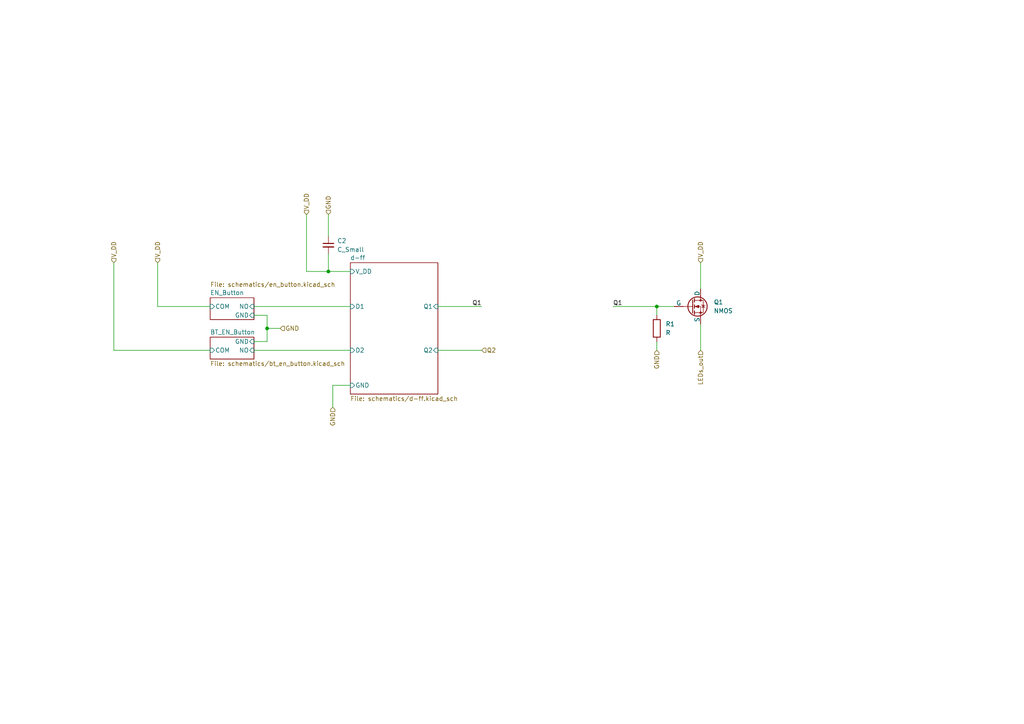
<source format=kicad_sch>
(kicad_sch (version 20250114) (generator "eeschema") (generator_version "9.0")
  (paper "A4")
  (lib_symbols
    (symbol "Device:C_Small" (pin_numbers (hide yes)) (pin_names (offset 0.254) (hide yes))
      (property "Reference" "C" (at 0.254 1.778 0))
      (property "Value" "C_Small" (at 0.254 -2.032 0))
      (symbol "C_Small_0_1"
        (polyline (pts (xy -1.524 0.508) (xy 1.524 0.508)) (stroke (width 0.3048)))
        (polyline (pts (xy -1.524 -0.508) (xy 1.524 -0.508)) (stroke (width 0.3302)))
      )
      (symbol "C_Small_1_1"
        (pin passive line (at 0 2.54 270) (length 2.032) (name "~") (number "1"))
        (pin passive line (at 0 -2.54 90) (length 2.032) (name "~") (number "2"))
      )
    )
    (symbol "Device:R" (pin_numbers (hide yes)) (pin_names (offset 0))
      (property "Reference" "R" (at 2.032 0 90))
      (property "Value" "R" (at 0 0 90))
      (symbol "R_0_1"
        (rectangle (start -1.016 -2.54) (end 1.016 2.54) (stroke (width 0.254)))
      )
      (symbol "R_1_1"
        (pin passive line (at 0 3.81 270) (length 1.27) (name "~") (number "1"))
        (pin passive line (at 0 -3.81 90) (length 1.27) (name "~") (number "2"))
      )
    )
    (symbol "Simulation_SPICE:NMOS" (pin_numbers (hide yes)) (pin_names (offset 0))
      (property "Reference" "Q" (at 5.08 1.27 0))
      (property "Value" "NMOS" (at 5.08 -1.27 0))
      (symbol "NMOS_0_1"
        (polyline (pts (xy 0.254 1.905) (xy 0.254 -1.905)) (stroke (width 0.254)))
        (polyline (pts (xy 0.254 0) (xy -2.54 0)))
        (polyline (pts (xy 0.762 2.286) (xy 0.762 1.27)) (stroke (width 0.254)))
        (polyline (pts (xy 0.762 0.508) (xy 0.762 -0.508)) (stroke (width 0.254)))
        (polyline (pts (xy 0.762 -1.27) (xy 0.762 -2.286)) (stroke (width 0.254)))
        (polyline (pts (xy 0.762 -1.778) (xy 3.302 -1.778) (xy 3.302 1.778) (xy 0.762 1.778)))
        (polyline (pts (xy 1.016 0) (xy 2.032 0.381) (xy 2.032 -0.381) (xy 1.016 0)) (fill (type outline)))
        (circle (center 1.651 0) (radius 2.794) (stroke (width 0.254)))
        (polyline (pts (xy 2.54 2.54) (xy 2.54 1.778)))
        (circle (center 2.54 1.778) (radius 0.254) (fill (type outline)))
        (circle (center 2.54 -1.778) (radius 0.254) (fill (type outline)))
        (polyline (pts (xy 2.54 -2.54) (xy 2.54 0) (xy 0.762 0)))
        (polyline (pts (xy 2.794 0.508) (xy 2.921 0.381) (xy 3.683 0.381) (xy 3.81 0.254)))
        (polyline (pts (xy 3.302 0.381) (xy 2.921 -0.254) (xy 3.683 -0.254) (xy 3.302 0.381)))
      )
      (symbol "NMOS_1_1"
        (pin input line (at -5.08 0 0) (length 2.54) (name "G") (number "2"))
        (pin passive line (at 2.54 5.08 270) (length 2.54) (name "D") (number "1"))
        (pin passive line (at 2.54 -5.08 90) (length 2.54) (name "S") (number "3"))
      )
    )
  )
  (junction (at 95.25 78.74))
  (junction (at 190.5 88.9))
  (junction (at 77.47 95.25))
  (wire (pts (xy 33.02 101.6) (xy 60.96 101.6)))
  (wire (pts (xy 101.6 78.74) (xy 95.25 78.74)))
  (wire (pts (xy 45.72 88.9) (xy 60.96 88.9)))
  (wire (pts (xy 88.9 62.23) (xy 88.9 78.74)))
  (wire (pts (xy 190.5 99.06) (xy 190.5 101.6)))
  (wire (pts (xy 77.47 99.06) (xy 77.47 95.25)))
  (wire (pts (xy 177.8 88.9) (xy 190.5 88.9)))
  (wire (pts (xy 73.66 99.06) (xy 77.47 99.06)))
  (wire (pts (xy 45.72 88.9) (xy 45.72 76.2)))
  (wire (pts (xy 73.66 91.44) (xy 77.47 91.44)))
  (wire (pts (xy 190.5 88.9) (xy 195.58 88.9)))
  (wire (pts (xy 73.66 88.9) (xy 101.6 88.9)))
  (wire (pts (xy 96.52 111.76) (xy 101.6 111.76)))
  (wire (pts (xy 73.66 101.6) (xy 101.6 101.6)))
  (wire (pts (xy 203.2 93.98) (xy 203.2 101.6)))
  (wire (pts (xy 127 88.9) (xy 139.7 88.9)))
  (wire (pts (xy 95.25 62.23) (xy 95.25 68.58)))
  (wire (pts (xy 95.25 78.74) (xy 95.25 73.66)))
  (wire (pts (xy 33.02 76.2) (xy 33.02 101.6)))
  (wire (pts (xy 203.2 76.2) (xy 203.2 83.82)))
  (wire (pts (xy 190.5 88.9) (xy 190.5 91.44)))
  (wire (pts (xy 127 101.6) (xy 139.7 101.6)))
  (wire (pts (xy 96.52 118.11) (xy 96.52 111.76)))
  (wire (pts (xy 77.47 95.25) (xy 81.28 95.25)))
  (wire (pts (xy 88.9 78.74) (xy 95.25 78.74)))
  (wire (pts (xy 77.47 91.44) (xy 77.47 95.25)))
  (label "Q1" (at 139.7 88.9 180))
  (label "Q1" (at 177.8 88.9 0))
  (hierarchical_label "LEDs_out" (shape input) (at 203.2 101.6 270))
  (hierarchical_label "V_DD" (shape input) (at 33.02 76.2 90))
  (hierarchical_label "GND" (shape input) (at 81.28 95.25 0))
  (hierarchical_label "GND" (shape input) (at 190.5 101.6 270))
  (hierarchical_label "V_DD" (shape input) (at 88.9 62.23 90))
  (hierarchical_label "GND" (shape input) (at 96.52 118.11 270))
  (hierarchical_label "V_DD" (shape input) (at 203.2 76.2 90))
  (hierarchical_label "V_DD" (shape input) (at 45.72 76.2 90))
  (hierarchical_label "GND" (shape input) (at 95.25 62.23 90))
  (hierarchical_label "Q2" (shape input) (at 139.7 101.6 0))
  (symbol (lib_id "Device:C_Small") (at 95.25 71.12 0) (unit 1)
    (property "Reference" "C2" (at 97.79 69.8562 0) (effects (justify left)))
    (property "Value" "C_Small" (at 97.79 72.3962 0) (effects (justify left)))
    (property "Footprint" "Capacitor_SMD:C_0805_2012Metric_Pad1.18x1.45mm_HandSolder" (effects (hide yes)))
    (property "Description" "Unpolarized capacitor, small symbol" (effects (hide yes)))
  )
  (symbol (lib_id "Simulation_SPICE:NMOS") (at 200.66 88.9 0) (unit 1)
    (property "Reference" "Q1" (at 207.01 87.6299 0) (effects (justify left)))
    (property "Value" "NMOS" (at 207.01 90.1699 0) (effects (justify left)))
    (property "Footprint" "Package_TO_SOT_SMD:TO-252-3_TabPin2" (effects (hide yes)))
    (property "Datasheet" "https://ngspice.sourceforge.io/docs/ngspice-html-manual/manual.xhtml#cha_MOSFETs" (effects (hide yes)))
    (property "Description" "N-MOSFET transistor, drain/source/gate" (effects (hide yes)))
    (property "Sim.Device" "NMOS" (effects (hide yes)))
    (property "Sim.Type" "VDMOS" (effects (hide yes)))
    (property "Sim.Pins" "1=D 2=G 3=S" (effects (hide yes)))
  )
  (symbol (lib_id "Device:R") (at 190.5 95.25 0) (unit 1)
    (property "Reference" "R1" (at 193.04 93.9799 0) (effects (justify left)))
    (property "Value" "R" (at 193.04 96.5199 0) (effects (justify left)))
    (property "Footprint" "Resistor_SMD:R_1206_3216Metric_Pad1.30x1.75mm_HandSolder" (effects (hide yes)))
    (property "Description" "Resistor" (effects (hide yes)))
  )
  (sheet (at 60.96 86.36) (size 12.7 6.35) (stroke (width 0.1524))
    (property "Sheetname" "EN_Button" (at 60.96 85.6484 0) (effects (justify left bottom)))
    (property "Sheetfile" "schematics/en_button.kicad_sch" (at 60.96 81.788 0) (effects (justify left top)))
    (pin "COM" input (at 60.96 88.9 180))
    (pin "GND" input (at 73.66 91.44 0))
    (pin "NO" input (at 73.66 88.9 0))
  )
  (sheet (at 101.6 76.2) (size 25.4 38.1) (stroke (width 0.1524))
    (property "Sheetname" "d-ff" (at 101.6 75.4884 0) (effects (justify left bottom)))
    (property "Sheetfile" "schematics/d-ff.kicad_sch" (at 101.6 114.8846 0) (effects (justify left top)))
    (pin "D1" input (at 101.6 88.9 180))
    (pin "D2" input (at 101.6 101.6 180))
    (pin "GND" input (at 101.6 111.76 180))
    (pin "Q1" input (at 127 88.9 0))
    (pin "Q2" input (at 127 101.6 0))
    (pin "V_DD" input (at 101.6 78.74 180))
  )
  (sheet (at 60.96 97.79) (size 12.7 6.35) (stroke (width 0.1524))
    (property "Sheetname" "BT_EN_Button" (at 60.96 97.0784 0) (effects (justify left bottom)))
    (property "Sheetfile" "schematics/bt_en_button.kicad_sch" (at 60.96 104.7246 0) (effects (justify left top)))
    (pin "COM" input (at 60.96 101.6 180))
    (pin "GND" input (at 73.66 99.06 0))
    (pin "NO" input (at 73.66 101.6 0))
  )
)
</source>
